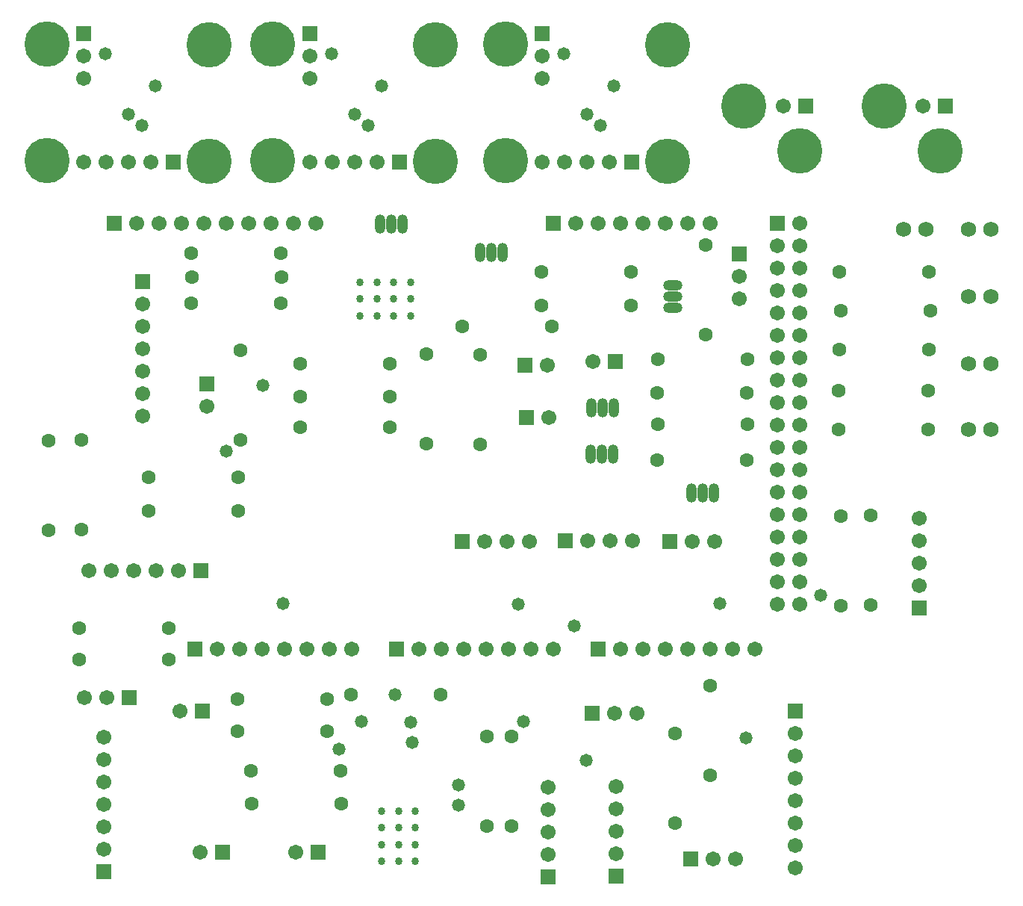
<source format=gbs>
%FSLAX25Y25*%
%MOIN*%
G70*
G01*
G75*
G04 Layer_Color=16711935*
%ADD10R,0.01575X0.01969*%
%ADD11R,0.01969X0.12992*%
%ADD12R,0.05118X0.12992*%
%ADD13R,0.04724X0.03150*%
%ADD14R,0.04724X0.04724*%
%ADD15R,0.04331X0.06693*%
%ADD16R,0.04750X0.01600*%
%ADD17R,0.06693X0.04331*%
%ADD18R,0.03543X0.03150*%
%ADD19R,0.03150X0.03543*%
%ADD20O,0.12047X0.03504*%
%ADD21R,0.33622X0.21063*%
%ADD22O,0.03504X0.12047*%
%ADD23R,0.21063X0.33622*%
%ADD24R,0.26772X0.07087*%
%ADD25C,0.01000*%
%ADD26C,0.05906*%
%ADD27R,0.05906X0.05906*%
%ADD28C,0.19400*%
%ADD29R,0.05906X0.05906*%
%ADD30C,0.05512*%
%ADD31O,0.03937X0.07874*%
%ADD32O,0.03937X0.07874*%
%ADD33C,0.06000*%
%ADD34O,0.07874X0.03937*%
%ADD35O,0.07874X0.03937*%
%ADD36C,0.05000*%
%ADD37C,0.02598*%
%ADD38C,0.00500*%
%ADD39C,0.00787*%
%ADD40C,0.00300*%
%ADD41C,0.00400*%
%ADD42C,0.00333*%
%ADD43C,0.00750*%
%ADD44R,0.02375X0.02769*%
%ADD45R,0.02769X0.13792*%
%ADD46R,0.05918X0.13792*%
%ADD47R,0.05524X0.03950*%
%ADD48R,0.05524X0.05524*%
%ADD49R,0.05131X0.07493*%
%ADD50R,0.05550X0.02400*%
%ADD51R,0.07493X0.05131*%
%ADD52R,0.04343X0.03950*%
%ADD53R,0.03950X0.04343*%
%ADD54O,0.12835X0.04291*%
%ADD55R,0.34409X0.21850*%
%ADD56O,0.04291X0.12835*%
%ADD57R,0.21850X0.34409*%
%ADD58R,0.27575X0.07890*%
%ADD59C,0.06706*%
%ADD60R,0.06706X0.06706*%
%ADD61C,0.20200*%
%ADD62R,0.06706X0.06706*%
%ADD63C,0.06312*%
%ADD64O,0.04737X0.08674*%
%ADD65O,0.04737X0.08674*%
%ADD66C,0.06800*%
%ADD67O,0.08674X0.04737*%
%ADD68O,0.08674X0.04737*%
%ADD69C,0.05800*%
%ADD70C,0.03402*%
D59*
X435660Y357000D02*
D03*
X373173D02*
D03*
X295623Y332000D02*
D03*
X285623D02*
D03*
X275623D02*
D03*
X265623D02*
D03*
Y379500D02*
D03*
Y369500D02*
D03*
X191815Y332000D02*
D03*
X181815D02*
D03*
X171815D02*
D03*
X161815D02*
D03*
Y379500D02*
D03*
Y369500D02*
D03*
X91000Y332000D02*
D03*
X81000D02*
D03*
X71000D02*
D03*
X61000D02*
D03*
Y379500D02*
D03*
Y369500D02*
D03*
X298579Y53212D02*
D03*
Y43212D02*
D03*
Y33212D02*
D03*
Y23212D02*
D03*
X268401Y53026D02*
D03*
Y43026D02*
D03*
Y33026D02*
D03*
Y23026D02*
D03*
X112886Y23922D02*
D03*
X69927Y75311D02*
D03*
Y65311D02*
D03*
Y55311D02*
D03*
Y45311D02*
D03*
Y25311D02*
D03*
Y35311D02*
D03*
X341838Y20877D02*
D03*
X351838D02*
D03*
X84642Y304702D02*
D03*
X104642D02*
D03*
X114642D02*
D03*
X124642D02*
D03*
X134642D02*
D03*
X144642D02*
D03*
X154642D02*
D03*
X164642D02*
D03*
X94642D02*
D03*
X380642D02*
D03*
X370642Y294702D02*
D03*
X380642D02*
D03*
X370642Y284702D02*
D03*
X380642D02*
D03*
X370642Y274702D02*
D03*
X380642D02*
D03*
X370642Y264702D02*
D03*
X380642D02*
D03*
X370642Y254702D02*
D03*
X380642D02*
D03*
X370642Y244702D02*
D03*
X380642D02*
D03*
X370642Y234702D02*
D03*
X380642D02*
D03*
X370642Y224702D02*
D03*
X380642D02*
D03*
X370642Y214702D02*
D03*
X380642D02*
D03*
X370642Y204702D02*
D03*
X380642D02*
D03*
X370642Y194702D02*
D03*
X380642D02*
D03*
X370642Y184702D02*
D03*
X380642D02*
D03*
X370642Y174702D02*
D03*
X380642D02*
D03*
X370642Y164702D02*
D03*
X380642D02*
D03*
X370642Y154702D02*
D03*
X380642D02*
D03*
X370642Y144702D02*
D03*
X380642D02*
D03*
X370642Y134702D02*
D03*
X380642D02*
D03*
X340642Y304702D02*
D03*
X330642D02*
D03*
X320642D02*
D03*
X310642D02*
D03*
X300642D02*
D03*
X290642D02*
D03*
X280642D02*
D03*
X180642Y114702D02*
D03*
X170642D02*
D03*
X160642D02*
D03*
X150642D02*
D03*
X140642D02*
D03*
X130642D02*
D03*
X120642D02*
D03*
X87142Y258702D02*
D03*
Y268702D02*
D03*
Y248702D02*
D03*
Y238702D02*
D03*
Y228702D02*
D03*
Y218702D02*
D03*
X378790Y16874D02*
D03*
Y26874D02*
D03*
Y36874D02*
D03*
Y46874D02*
D03*
Y56874D02*
D03*
Y66874D02*
D03*
Y76874D02*
D03*
X155492Y24034D02*
D03*
X116000Y223000D02*
D03*
X268465Y218112D02*
D03*
X342624Y162743D02*
D03*
X332624D02*
D03*
X288455Y243147D02*
D03*
X268026Y241403D02*
D03*
X353750Y271044D02*
D03*
Y281044D02*
D03*
X286000Y163000D02*
D03*
X296000D02*
D03*
X306000D02*
D03*
X240000Y162743D02*
D03*
X250000D02*
D03*
X260000D02*
D03*
X307877Y86132D02*
D03*
X297877D02*
D03*
X360642Y114702D02*
D03*
X350642D02*
D03*
X340642D02*
D03*
X330642D02*
D03*
X320642D02*
D03*
X310642D02*
D03*
X300642D02*
D03*
X61376Y92926D02*
D03*
X71376D02*
D03*
X103274Y149809D02*
D03*
X93274D02*
D03*
X83274D02*
D03*
X73274D02*
D03*
X63274D02*
D03*
X104049Y87064D02*
D03*
X433804Y143000D02*
D03*
Y153000D02*
D03*
Y163000D02*
D03*
Y173000D02*
D03*
X270642Y114702D02*
D03*
X260642D02*
D03*
X250642D02*
D03*
X240642D02*
D03*
X230642D02*
D03*
X220642D02*
D03*
X210642D02*
D03*
D60*
X445660Y357000D02*
D03*
X383173D02*
D03*
X305623Y332000D02*
D03*
X201815D02*
D03*
X101000D02*
D03*
X122886Y23922D02*
D03*
X331838Y20877D02*
D03*
X74642Y304702D02*
D03*
X270642D02*
D03*
X110642Y114702D02*
D03*
X165492Y24034D02*
D03*
X258465Y218112D02*
D03*
X322624Y162743D02*
D03*
X298455Y243147D02*
D03*
X258026Y241403D02*
D03*
X276000Y163000D02*
D03*
X230000Y162743D02*
D03*
X287877Y86132D02*
D03*
X290642Y114702D02*
D03*
X81376Y92926D02*
D03*
X113274Y149809D02*
D03*
X114049Y87064D02*
D03*
X200642Y114702D02*
D03*
D61*
X443160Y337000D02*
D03*
X418160Y357000D02*
D03*
X380673Y337000D02*
D03*
X355673Y357000D02*
D03*
X249223Y384794D02*
D03*
X321623Y332500D02*
D03*
Y384500D02*
D03*
X249223Y332600D02*
D03*
X145415Y384794D02*
D03*
X217815Y332500D02*
D03*
Y384500D02*
D03*
X145415Y332600D02*
D03*
X44600Y384794D02*
D03*
X117000Y332500D02*
D03*
Y384500D02*
D03*
X44600Y332600D02*
D03*
D62*
X265623Y389500D02*
D03*
X161815D02*
D03*
X61000D02*
D03*
X298579Y13212D02*
D03*
X268401Y13026D02*
D03*
X69927Y15311D02*
D03*
X370642Y304702D02*
D03*
X87142Y278702D02*
D03*
X378790Y86874D02*
D03*
X116000Y233000D02*
D03*
X353750Y291044D02*
D03*
X433804Y133000D02*
D03*
D63*
X131000Y208000D02*
D03*
Y248000D02*
D03*
X230000Y258702D02*
D03*
X270000D02*
D03*
X109290Y280679D02*
D03*
X149290D02*
D03*
X148956Y268981D02*
D03*
X108956D02*
D03*
X197608Y227341D02*
D03*
X157608D02*
D03*
X197747Y242179D02*
D03*
X157747D02*
D03*
X324823Y77196D02*
D03*
Y37196D02*
D03*
X340599Y58428D02*
D03*
Y98428D02*
D03*
X412271Y134393D02*
D03*
Y174393D02*
D03*
X399087Y173954D02*
D03*
Y133954D02*
D03*
X251830Y75708D02*
D03*
Y35708D02*
D03*
X240836Y75769D02*
D03*
Y35768D02*
D03*
X398423Y283150D02*
D03*
X438423D02*
D03*
X398862Y265573D02*
D03*
X438862D02*
D03*
X398423Y248434D02*
D03*
X438423D02*
D03*
X397984Y229977D02*
D03*
X437984D02*
D03*
X397984Y212839D02*
D03*
X437984D02*
D03*
X357126Y215000D02*
D03*
X317126D02*
D03*
X197556Y213779D02*
D03*
X157556D02*
D03*
X214081Y206462D02*
D03*
Y246462D02*
D03*
X357000Y229000D02*
D03*
X317000D02*
D03*
X357126Y244000D02*
D03*
X317126D02*
D03*
X237811Y206023D02*
D03*
Y246023D02*
D03*
X108988Y291414D02*
D03*
X148988D02*
D03*
X169748Y77962D02*
D03*
X129748D02*
D03*
X169611Y92503D02*
D03*
X129611D02*
D03*
X135746Y60333D02*
D03*
X175746D02*
D03*
X220167Y94252D02*
D03*
X180167D02*
D03*
X59000Y109906D02*
D03*
X99000D02*
D03*
X135874Y45695D02*
D03*
X175874D02*
D03*
X99000Y124000D02*
D03*
X59000D02*
D03*
X89920Y176499D02*
D03*
X129920D02*
D03*
X89933Y191306D02*
D03*
X129933D02*
D03*
X60000Y208000D02*
D03*
Y168000D02*
D03*
X45335Y207791D02*
D03*
Y167791D02*
D03*
X305148Y283150D02*
D03*
X265148D02*
D03*
X305148Y268000D02*
D03*
X265148D02*
D03*
X338657Y255000D02*
D03*
Y295000D02*
D03*
X357000Y199109D02*
D03*
X317000D02*
D03*
D64*
X297303Y201839D02*
D03*
X292302D02*
D03*
X342126Y184275D02*
D03*
X337126D02*
D03*
X297742Y222493D02*
D03*
X292742D02*
D03*
X238000Y291795D02*
D03*
X243000D02*
D03*
X193350Y304539D02*
D03*
X198350D02*
D03*
D65*
X287302Y201839D02*
D03*
X332126Y184275D02*
D03*
X287742Y222493D02*
D03*
X248000Y291795D02*
D03*
X203350Y304539D02*
D03*
D66*
X466000Y212839D02*
D03*
X456000D02*
D03*
X466000Y242179D02*
D03*
X456000D02*
D03*
X466000Y272000D02*
D03*
X456000D02*
D03*
X466000Y302000D02*
D03*
X456000D02*
D03*
X437000D02*
D03*
X427000D02*
D03*
D67*
X324000Y267000D02*
D03*
Y272000D02*
D03*
D68*
Y277000D02*
D03*
D69*
X275373Y380250D02*
D03*
X297623Y366000D02*
D03*
X285623Y353500D02*
D03*
X291623Y348500D02*
D03*
X171565Y380250D02*
D03*
X193815Y366000D02*
D03*
X181815Y353500D02*
D03*
X187815Y348500D02*
D03*
X70750Y380250D02*
D03*
X93000Y366000D02*
D03*
X81000Y353500D02*
D03*
X87000Y348500D02*
D03*
X141000Y232433D02*
D03*
X228361Y53919D02*
D03*
X207481Y73007D02*
D03*
X228221Y44930D02*
D03*
X150086Y134994D02*
D03*
X174882Y69889D02*
D03*
X285148Y65132D02*
D03*
X345000Y134994D02*
D03*
X356682Y74899D02*
D03*
X206979Y82033D02*
D03*
X257425Y82426D02*
D03*
X389870Y138566D02*
D03*
X200077Y94313D02*
D03*
X185123Y82402D02*
D03*
X255000Y134702D02*
D03*
X280000Y125000D02*
D03*
X124642Y203000D02*
D03*
D70*
X206949Y278475D02*
D03*
Y270975D02*
D03*
Y263475D02*
D03*
X199449Y278475D02*
D03*
Y270975D02*
D03*
Y263475D02*
D03*
X191949Y270975D02*
D03*
Y263475D02*
D03*
X184449Y278475D02*
D03*
Y270975D02*
D03*
Y263475D02*
D03*
X191949Y278475D02*
D03*
X208994Y19977D02*
D03*
X201494D02*
D03*
X193994D02*
D03*
X208994Y27477D02*
D03*
X201494D02*
D03*
X193994D02*
D03*
X201494Y34977D02*
D03*
X193994D02*
D03*
X208994Y42477D02*
D03*
X201494D02*
D03*
X193994D02*
D03*
X208994Y34977D02*
D03*
M02*

</source>
